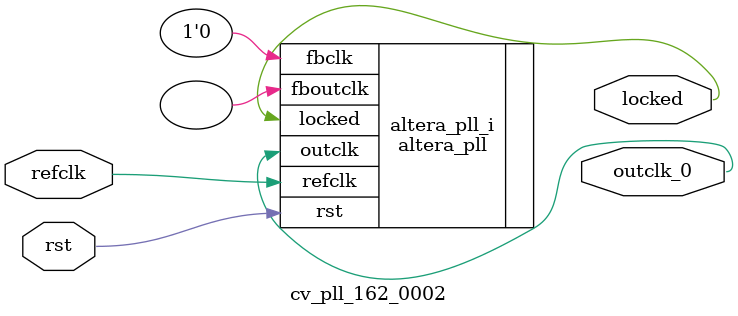
<source format=v>
`timescale 1ns/10ps
module  cv_pll_162_0002(

	// interface 'refclk'
	input wire refclk,

	// interface 'reset'
	input wire rst,

	// interface 'outclk0'
	output wire outclk_0,

	// interface 'locked'
	output wire locked
);

	altera_pll #(
		.fractional_vco_multiplier("false"),
		.reference_clock_frequency("100.0 MHz"),
		.operation_mode("normal"),
		.number_of_clocks(1),
		.output_clock_frequency0("162.000000 MHz"),
		.phase_shift0("0 ps"),
		.duty_cycle0(50),
		.output_clock_frequency1("0 MHz"),
		.phase_shift1("0 ps"),
		.duty_cycle1(50),
		.output_clock_frequency2("0 MHz"),
		.phase_shift2("0 ps"),
		.duty_cycle2(50),
		.output_clock_frequency3("0 MHz"),
		.phase_shift3("0 ps"),
		.duty_cycle3(50),
		.output_clock_frequency4("0 MHz"),
		.phase_shift4("0 ps"),
		.duty_cycle4(50),
		.output_clock_frequency5("0 MHz"),
		.phase_shift5("0 ps"),
		.duty_cycle5(50),
		.output_clock_frequency6("0 MHz"),
		.phase_shift6("0 ps"),
		.duty_cycle6(50),
		.output_clock_frequency7("0 MHz"),
		.phase_shift7("0 ps"),
		.duty_cycle7(50),
		.output_clock_frequency8("0 MHz"),
		.phase_shift8("0 ps"),
		.duty_cycle8(50),
		.output_clock_frequency9("0 MHz"),
		.phase_shift9("0 ps"),
		.duty_cycle9(50),
		.output_clock_frequency10("0 MHz"),
		.phase_shift10("0 ps"),
		.duty_cycle10(50),
		.output_clock_frequency11("0 MHz"),
		.phase_shift11("0 ps"),
		.duty_cycle11(50),
		.output_clock_frequency12("0 MHz"),
		.phase_shift12("0 ps"),
		.duty_cycle12(50),
		.output_clock_frequency13("0 MHz"),
		.phase_shift13("0 ps"),
		.duty_cycle13(50),
		.output_clock_frequency14("0 MHz"),
		.phase_shift14("0 ps"),
		.duty_cycle14(50),
		.output_clock_frequency15("0 MHz"),
		.phase_shift15("0 ps"),
		.duty_cycle15(50),
		.output_clock_frequency16("0 MHz"),
		.phase_shift16("0 ps"),
		.duty_cycle16(50),
		.output_clock_frequency17("0 MHz"),
		.phase_shift17("0 ps"),
		.duty_cycle17(50),
		.pll_type("General"),
		.pll_subtype("General")
	) altera_pll_i (
		.rst	(rst),
		.outclk	({outclk_0}),
		.locked	(locked),
		.fboutclk	( ),
		.fbclk	(1'b0),
		.refclk	(refclk)
	);
endmodule


</source>
